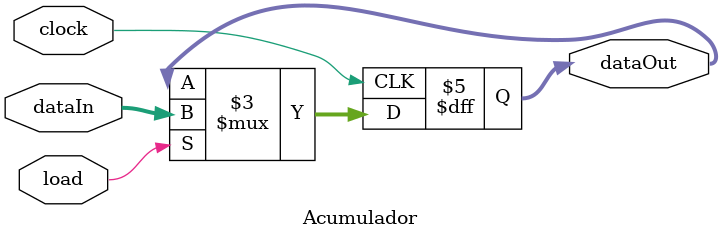
<source format=v>
module Acumulador(dataIn, load, clock, dataOut);

	input [7:0] dataIn;
	input load, clock;
	output reg[7:0] dataOut;
	
	initial
	begin
		dataOut <= 8'h00;
	end
	
	always@(posedge clock)
	begin
		if(load)
			dataOut <= dataIn;
	end

endmodule
	
</source>
